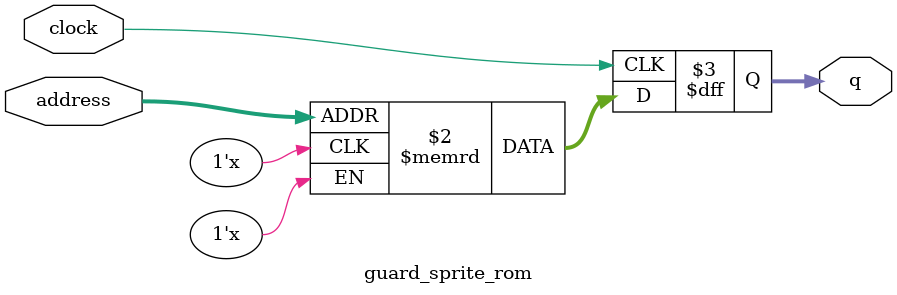
<source format=sv>
module guard_sprite_rom (
	input logic clock,
	input logic [9:0] address,
	output logic [3:0] q
);

logic [3:0] memory [0:944] /* synthesis ram_init_file = "./guard_sprite.mif" */;

always_ff @ (posedge clock) begin
	q <= memory[address];
end

endmodule

</source>
